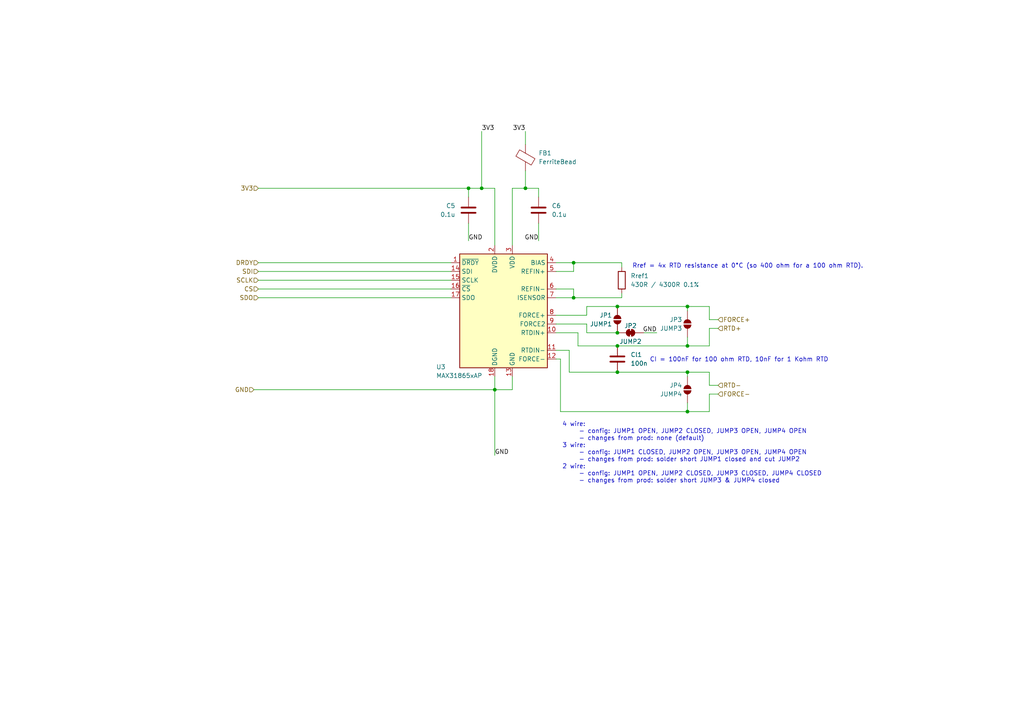
<source format=kicad_sch>
(kicad_sch (version 20250114) (generator "eeschema") (generator_version "9.0")
  (paper "A4")
  (lib_symbols
    (symbol "Device:C" (pin_numbers (hide yes)) (pin_names (offset 0.254))
      (property "Reference" "C" (at 0.635 2.54 0))
      (property "Value" "C" (at 0.635 -2.54 0))
      (symbol "C_0_1"
        (polyline (pts (xy -2.032 0.762) (xy 2.032 0.762)) (stroke (width 0.508)))
        (polyline (pts (xy -2.032 -0.762) (xy 2.032 -0.762)) (stroke (width 0.508)))
      )
      (symbol "C_1_1"
        (pin passive line (at 0 3.81 270) (length 2.794) (name "~") (number "1"))
        (pin passive line (at 0 -3.81 90) (length 2.794) (name "~") (number "2"))
      )
    )
    (symbol "Device:FerriteBead" (pin_numbers (hide yes)) (pin_names (offset 0))
      (property "Reference" "FB" (at -3.81 0.635 90))
      (property "Value" "FerriteBead" (at 3.81 0 90))
      (symbol "FerriteBead_0_1"
        (polyline (pts (xy -2.7686 0.4064) (xy -1.7018 2.2606) (xy 2.7686 -0.3048) (xy 1.6764 -2.159) (xy -2.7686 0.4064)))
        (polyline (pts (xy 0 1.27) (xy 0 1.2954)))
        (polyline (pts (xy 0 -1.27) (xy 0 -1.2192)))
      )
      (symbol "FerriteBead_1_1"
        (pin passive line (at 0 3.81 270) (length 2.54) (name "~") (number "1"))
        (pin passive line (at 0 -3.81 90) (length 2.54) (name "~") (number "2"))
      )
    )
    (symbol "Device:R" (pin_numbers (hide yes)) (pin_names (offset 0))
      (property "Reference" "R" (at 2.032 0 90))
      (property "Value" "R" (at 0 0 90))
      (symbol "R_0_1"
        (rectangle (start -1.016 -2.54) (end 1.016 2.54) (stroke (width 0.254)))
      )
      (symbol "R_1_1"
        (pin passive line (at 0 3.81 270) (length 1.27) (name "~") (number "1"))
        (pin passive line (at 0 -3.81 90) (length 1.27) (name "~") (number "2"))
      )
    )
    (symbol "Jumper:SolderJumper_2_Bridged" (pin_numbers (hide yes)) (pin_names (offset 0) (hide yes)) (in_bom no)
      (property "Reference" "JP" (at 0 2.032 0))
      (property "Value" "SolderJumper_2_Bridged" (at 0 -2.54 0))
      (symbol "SolderJumper_2_Bridged_0_1"
        (rectangle (start -0.508 0.508) (end 0.508 -0.508) (fill (type outline)))
        (polyline (pts (xy -0.254 1.016) (xy -0.254 -1.016)))
        (arc (start -0.254 -1.016) (mid -1.2656 0) (end -0.254 1.016))
        (arc (start -0.254 -1.016) (mid -1.2656 0) (end -0.254 1.016) (fill (type outline)))
        (arc (start 0.254 1.016) (mid 1.2656 0) (end 0.254 -1.016))
        (arc (start 0.254 1.016) (mid 1.2656 0) (end 0.254 -1.016) (fill (type outline)))
        (polyline (pts (xy 0.254 1.016) (xy 0.254 -1.016)))
      )
      (symbol "SolderJumper_2_Bridged_1_1"
        (pin passive line (at -3.81 0 0) (length 2.54) (name "A") (number "1"))
        (pin passive line (at 3.81 0 180) (length 2.54) (name "B") (number "2"))
      )
    )
    (symbol "Jumper:SolderJumper_2_Open" (pin_numbers (hide yes)) (pin_names (offset 0) (hide yes)) (in_bom no)
      (property "Reference" "JP" (at 0 2.032 0))
      (property "Value" "SolderJumper_2_Open" (at 0 -2.54 0))
      (symbol "SolderJumper_2_Open_0_1"
        (polyline (pts (xy -0.254 1.016) (xy -0.254 -1.016)))
        (arc (start -0.254 -1.016) (mid -1.2656 0) (end -0.254 1.016))
        (arc (start -0.254 -1.016) (mid -1.2656 0) (end -0.254 1.016) (fill (type outline)))
        (arc (start 0.254 1.016) (mid 1.2656 0) (end 0.254 -1.016))
        (arc (start 0.254 1.016) (mid 1.2656 0) (end 0.254 -1.016) (fill (type outline)))
        (polyline (pts (xy 0.254 1.016) (xy 0.254 -1.016)))
      )
      (symbol "SolderJumper_2_Open_1_1"
        (pin passive line (at -3.81 0 0) (length 2.54) (name "A") (number "1"))
        (pin passive line (at 3.81 0 180) (length 2.54) (name "B") (number "2"))
      )
    )
    (symbol "Sensor_Temperature:MAX31865xAP"
      (property "Reference" "U" (at -11.43 19.05 0))
      (property "Value" "MAX31865xAP" (at 10.16 19.05 0))
      (symbol "MAX31865xAP_0_1"
        (rectangle (start -12.7 17.78) (end 12.7 -15.24) (stroke (width 0.254)) (fill (type background)))
      )
      (symbol "MAX31865xAP_1_1"
        (pin output line (at -15.24 15.24 0) (length 2.54) (name "~{DRDY}") (number "1"))
        (pin input line (at -15.24 12.7 0) (length 2.54) (name "SDI") (number "14"))
        (pin input line (at -15.24 10.16 0) (length 2.54) (name "SCLK") (number "15"))
        (pin input line (at -15.24 7.62 0) (length 2.54) (name "~{CS}") (number "16"))
        (pin tri_state line (at -15.24 5.08 0) (length 2.54) (name "SDO") (number "17"))
        (pin no_connect line (at -12.7 -2.54 0) (length 2.54) (hide yes) (name "NC") (number "20"))
        (pin power_in line (at -2.54 20.32 270) (length 2.54) (name "DVDD") (number "2"))
        (pin power_in line (at -2.54 -17.78 90) (length 2.54) (name "DGND") (number "18"))
        (pin power_in line (at 2.54 20.32 270) (length 2.54) (name "VDD") (number "3"))
        (pin power_in line (at 2.54 -17.78 90) (length 2.54) (name "GND") (number "13"))
        (pin passive line (at 2.54 -17.78 90) (length 2.54) (hide yes) (name "GND") (number "19"))
        (pin power_out line (at 15.24 15.24 180) (length 2.54) (name "BIAS") (number "4"))
        (pin input line (at 15.24 12.7 180) (length 2.54) (name "REFIN+") (number "5"))
        (pin input line (at 15.24 7.62 180) (length 2.54) (name "REFIN-") (number "6"))
        (pin passive line (at 15.24 5.08 180) (length 2.54) (name "ISENSOR") (number "7"))
        (pin passive line (at 15.24 0 180) (length 2.54) (name "FORCE+") (number "8"))
        (pin input line (at 15.24 -2.54 180) (length 2.54) (name "FORCE2") (number "9"))
        (pin input line (at 15.24 -5.08 180) (length 2.54) (name "RTDIN+") (number "10"))
        (pin input line (at 15.24 -10.16 180) (length 2.54) (name "RTDIN-") (number "11"))
        (pin power_out line (at 15.24 -12.7 180) (length 2.54) (name "FORCE-") (number "12"))
      )
    )
  )
  (text "4 wire: \n	- config: JUMP1 OPEN, JUMP2 CLOSED, JUMP3 OPEN, JUMP4 OPEN\n	- changes from prod: none (default)\n3 wire: \n	- config: JUMP1 CLOSED, JUMP2 OPEN, JUMP3 OPEN, JUMP4 OPEN\n	- changes from prod: solder short JUMP1 closed and cut JUMP2\n2 wire: \n	- config: JUMP1 OPEN, JUMP2 CLOSED, JUMP3 CLOSED, JUMP4 CLOSED\n	- changes from prod: solder short JUMP3 & JUMP4 closed\n" (at 163.068 131.318 0) (effects (font (size 1.27 1.27)) (justify left)))
  (text "Rref = 4x RTD resistance at 0°C (so 400 ohm for a 100 ohm RTD)." (at 183.388 77.216 0) (effects (font (size 1.27 1.27)) (justify left)))
  (text "CI = 100nF for 100 ohm RTD, 10nF for 1 Kohm RTD" (at 214.376 104.394 0) (effects (font (size 1.27 1.27))))
  (junction (at 166.37 76.2))
  (junction (at 179.07 88.9))
  (junction (at 152.4 54.61))
  (junction (at 166.37 86.36))
  (junction (at 179.07 107.95))
  (junction (at 135.89 54.61))
  (junction (at 199.39 119.38))
  (junction (at 139.7 54.61))
  (junction (at 199.39 88.9))
  (junction (at 199.39 107.95))
  (junction (at 179.07 100.33))
  (junction (at 143.51 113.03))
  (junction (at 199.39 100.33))
  (junction (at 179.07 96.52))
  (wire (pts (xy 152.4 54.61) (xy 148.59 54.61)))
  (wire (pts (xy 166.37 76.2) (xy 161.29 76.2)))
  (wire (pts (xy 161.29 83.82) (xy 166.37 83.82)))
  (wire (pts (xy 166.37 76.2) (xy 166.37 78.74)))
  (wire (pts (xy 205.74 114.3) (xy 205.74 119.38)))
  (wire (pts (xy 156.21 54.61) (xy 152.4 54.61)))
  (wire (pts (xy 167.64 96.52) (xy 167.64 100.33)))
  (wire (pts (xy 205.74 100.33) (xy 199.39 100.33)))
  (wire (pts (xy 74.93 78.74) (xy 130.81 78.74)))
  (wire (pts (xy 166.37 76.2) (xy 180.34 76.2)))
  (wire (pts (xy 143.51 113.03) (xy 143.51 132.08)))
  (wire (pts (xy 205.74 114.3) (xy 208.28 114.3)))
  (wire (pts (xy 199.39 90.17) (xy 199.39 88.9)))
  (wire (pts (xy 135.89 69.85) (xy 135.89 64.77)))
  (wire (pts (xy 165.1 107.95) (xy 179.07 107.95)))
  (wire (pts (xy 148.59 71.12) (xy 148.59 54.61)))
  (wire (pts (xy 179.07 100.33) (xy 167.64 100.33)))
  (wire (pts (xy 152.4 38.1) (xy 152.4 41.91)))
  (wire (pts (xy 180.34 76.2) (xy 180.34 77.47)))
  (wire (pts (xy 205.74 119.38) (xy 199.39 119.38)))
  (wire (pts (xy 74.93 81.28) (xy 130.81 81.28)))
  (wire (pts (xy 161.29 101.6) (xy 165.1 101.6)))
  (wire (pts (xy 74.93 86.36) (xy 130.81 86.36)))
  (wire (pts (xy 180.34 86.36) (xy 180.34 85.09)))
  (wire (pts (xy 199.39 109.22) (xy 199.39 107.95)))
  (wire (pts (xy 143.51 113.03) (xy 148.59 113.03)))
  (wire (pts (xy 199.39 88.9) (xy 205.74 88.9)))
  (wire (pts (xy 73.66 113.03) (xy 143.51 113.03)))
  (wire (pts (xy 161.29 91.44) (xy 170.18 91.44)))
  (wire (pts (xy 205.74 95.25) (xy 208.28 95.25)))
  (wire (pts (xy 170.18 93.98) (xy 161.29 93.98)))
  (wire (pts (xy 186.69 96.52) (xy 190.5 96.52)))
  (wire (pts (xy 205.74 111.76) (xy 208.28 111.76)))
  (wire (pts (xy 161.29 104.14) (xy 162.56 104.14)))
  (wire (pts (xy 170.18 88.9) (xy 179.07 88.9)))
  (wire (pts (xy 148.59 109.22) (xy 148.59 113.03)))
  (wire (pts (xy 166.37 86.36) (xy 180.34 86.36)))
  (wire (pts (xy 152.4 49.53) (xy 152.4 54.61)))
  (wire (pts (xy 205.74 88.9) (xy 205.74 92.71)))
  (wire (pts (xy 156.21 69.85) (xy 156.21 64.77)))
  (wire (pts (xy 170.18 96.52) (xy 179.07 96.52)))
  (wire (pts (xy 162.56 104.14) (xy 162.56 119.38)))
  (wire (pts (xy 74.93 83.82) (xy 130.81 83.82)))
  (wire (pts (xy 166.37 86.36) (xy 166.37 83.82)))
  (wire (pts (xy 205.74 95.25) (xy 205.74 100.33)))
  (wire (pts (xy 205.74 107.95) (xy 205.74 111.76)))
  (wire (pts (xy 165.1 101.6) (xy 165.1 107.95)))
  (wire (pts (xy 74.93 54.61) (xy 135.89 54.61)))
  (wire (pts (xy 170.18 91.44) (xy 170.18 88.9)))
  (wire (pts (xy 179.07 100.33) (xy 199.39 100.33)))
  (wire (pts (xy 74.93 76.2) (xy 130.81 76.2)))
  (wire (pts (xy 139.7 38.1) (xy 139.7 54.61)))
  (wire (pts (xy 135.89 54.61) (xy 135.89 57.15)))
  (wire (pts (xy 161.29 96.52) (xy 167.64 96.52)))
  (wire (pts (xy 156.21 54.61) (xy 156.21 57.15)))
  (wire (pts (xy 170.18 96.52) (xy 170.18 93.98)))
  (wire (pts (xy 179.07 88.9) (xy 199.39 88.9)))
  (wire (pts (xy 161.29 78.74) (xy 166.37 78.74)))
  (wire (pts (xy 143.51 113.03) (xy 143.51 109.22)))
  (wire (pts (xy 199.39 100.33) (xy 199.39 97.79)))
  (wire (pts (xy 135.89 54.61) (xy 139.7 54.61)))
  (wire (pts (xy 199.39 119.38) (xy 199.39 116.84)))
  (wire (pts (xy 199.39 107.95) (xy 205.74 107.95)))
  (wire (pts (xy 139.7 54.61) (xy 143.51 54.61)))
  (wire (pts (xy 199.39 107.95) (xy 179.07 107.95)))
  (wire (pts (xy 162.56 119.38) (xy 199.39 119.38)))
  (wire (pts (xy 143.51 71.12) (xy 143.51 54.61)))
  (wire (pts (xy 161.29 86.36) (xy 166.37 86.36)))
  (wire (pts (xy 205.74 92.71) (xy 208.28 92.71)))
  (label "GND" (at 190.5 96.52 180))
  (label "3V3" (at 152.4 38.1 180))
  (label "GND" (at 135.89 69.85 0))
  (label "3V3" (at 139.7 38.1 0))
  (label "GND" (at 156.21 69.85 180))
  (label "GND" (at 143.51 132.08 0))
  (hierarchical_label "DRDY" (shape input) (at 74.93 76.2 180))
  (hierarchical_label "SDI" (shape input) (at 74.93 78.74 180))
  (hierarchical_label "RTD+" (shape input) (at 208.28 95.25 0))
  (hierarchical_label "FORCE+" (shape input) (at 208.28 92.71 0))
  (hierarchical_label "SDO" (shape input) (at 74.93 86.36 180))
  (hierarchical_label "FORCE-" (shape input) (at 208.28 114.3 0))
  (hierarchical_label "RTD-" (shape input) (at 208.28 111.76 0))
  (hierarchical_label "SCLK" (shape input) (at 74.93 81.28 180))
  (hierarchical_label "GND" (shape input) (at 73.66 113.03 180))
  (hierarchical_label "3V3" (shape input) (at 74.93 54.61 180))
  (hierarchical_label "CS" (shape input) (at 74.93 83.82 180))
  (symbol (lib_id "Device:C") (at 135.89 60.96 0) (mirror y) (unit 1)
    (property "Reference" "C5" (at 132.08 59.6899 0) (effects (justify left)))
    (property "Value" "0.1u" (at 132.08 62.2299 0) (effects (justify left)))
    (property "Footprint" "Capacitor_SMD:C_0805_2012Metric_Pad1.18x1.45mm_HandSolder" (effects (hide yes)))
    (property "Description" "Unpolarized capacitor" (effects (hide yes)))
  )
  (symbol (lib_id "Device:C") (at 156.21 60.96 0) (unit 1)
    (property "Reference" "C6" (at 160.02 59.6899 0) (effects (justify left)))
    (property "Value" "0.1u" (at 160.02 62.2299 0) (effects (justify left)))
    (property "Footprint" "Capacitor_SMD:C_0805_2012Metric_Pad1.18x1.45mm_HandSolder" (effects (hide yes)))
    (property "Description" "Unpolarized capacitor" (effects (hide yes)))
  )
  (symbol (lib_id "Jumper:SolderJumper_2_Open") (at 179.07 92.71 270) (mirror x) (unit 1) (in_bom no)
    (property "Reference" "JP1" (at 177.546 91.44 90) (effects (justify right)))
    (property "Value" "JUMP1" (at 177.546 93.98 90) (effects (justify right)))
    (property "Footprint" "Jumper:SolderJumper-2_P1.3mm_Open_TrianglePad1.0x1.5mm" (effects (hide yes)))
    (property "Description" "Solder Jumper, 2-pole, open" (effects (hide yes)))
  )
  (symbol (lib_id "Device:C") (at 179.07 104.14 0) (unit 1)
    (property "Reference" "Cl1" (at 182.88 102.8699 0) (effects (justify left)))
    (property "Value" "100n" (at 182.88 105.4099 0) (effects (justify left)))
    (property "Footprint" "Capacitor_SMD:C_0805_2012Metric_Pad1.18x1.45mm_HandSolder" (effects (hide yes)))
    (property "Description" "Unpolarized capacitor" (effects (hide yes)))
  )
  (symbol (lib_id "Device:R") (at 180.34 81.28 0) (unit 1)
    (property "Reference" "Rref1" (at 182.88 80.0099 0) (effects (justify left)))
    (property "Value" "430R / 4300R 0.1%" (at 182.88 82.5499 0) (effects (justify left)))
    (property "Footprint" "Resistor_SMD:R_0805_2012Metric_Pad1.20x1.40mm_HandSolder" (effects (hide yes)))
    (property "Description" "Resistor" (effects (hide yes)))
  )
  (symbol (lib_id "Jumper:SolderJumper_2_Open") (at 199.39 113.03 270) (mirror x) (unit 1) (in_bom no)
    (property "Reference" "JP4" (at 197.866 111.76 90) (effects (justify right)))
    (property "Value" "JUMP4" (at 197.866 114.3 90) (effects (justify right)))
    (property "Footprint" "Jumper:SolderJumper-2_P1.3mm_Open_TrianglePad1.0x1.5mm" (effects (hide yes)))
    (property "Description" "Solder Jumper, 2-pole, open" (effects (hide yes)))
  )
  (symbol (lib_id "Jumper:SolderJumper_2_Open") (at 199.39 93.98 270) (mirror x) (unit 1) (in_bom no)
    (property "Reference" "JP3" (at 197.866 92.71 90) (effects (justify right)))
    (property "Value" "JUMP3" (at 197.866 95.25 90) (effects (justify right)))
    (property "Footprint" "Jumper:SolderJumper-2_P1.3mm_Open_TrianglePad1.0x1.5mm" (effects (hide yes)))
    (property "Description" "Solder Jumper, 2-pole, open" (effects (hide yes)))
  )
  (symbol (lib_id "Jumper:SolderJumper_2_Bridged") (at 182.88 96.52 180) (unit 1) (in_bom no)
    (property "Reference" "JP2" (at 182.88 94.488 0))
    (property "Value" "JUMP2" (at 182.88 99.06 0))
    (property "Footprint" "Jumper:SolderJumper-2_P1.3mm_Bridged_RoundedPad1.0x1.5mm" (effects (hide yes)))
    (property "Description" "Solder Jumper, 2-pole, closed/bridged" (effects (hide yes)))
  )
  (symbol (lib_id "Device:FerriteBead") (at 152.4 45.72 0) (unit 1)
    (property "Reference" "FB1" (at 156.21 44.3991 0) (effects (justify left)))
    (property "Value" "FerriteBead" (at 156.21 46.9391 0) (effects (justify left)))
    (property "Footprint" "Resistor_SMD:R_0805_2012Metric_Pad1.20x1.40mm_HandSolder" (effects (hide yes)))
    (property "Description" "Ferrite bead" (effects (hide yes)))
  )
  (symbol (lib_id "Sensor_Temperature:MAX31865xAP") (at 146.05 91.44 0) (unit 1)
    (property "Reference" "U3" (at 126.492 106.426 0) (effects (justify left)))
    (property "Value" "MAX31865xAP" (at 126.492 108.966 0) (effects (justify left)))
    (property "Footprint" "Package_SO:SSOP-20_5.3x7.2mm_P0.65mm" (effects (hide yes)))
    (property "Datasheet" "https://www.analog.com/media/en/technical-documentation/data-sheets/MAX31865.pdf" (effects (hide yes)))
    (property "Description" "RTD-to-Digital Converter, SSOP-20" (effects (hide yes)))
  )
)
</source>
